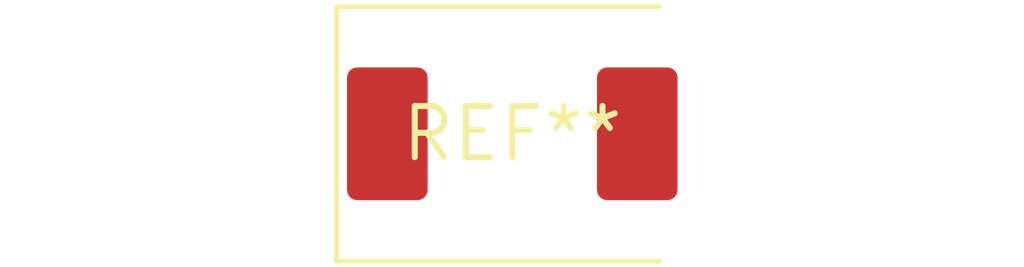
<source format=kicad_pcb>
(kicad_pcb (version 20240108) (generator pcbnew)
  (layers (0 "F.Cu" signal) (31 "B.Cu" signal) (34 "B.Paste" user) (35 "F.Paste" user) (36 "B.SilkS" user "B.Silkscreen") (37 "F.SilkS" user "F.Silkscreen") (38 "B.Mask" user) (39 "F.Mask" user) (44 "Edge.Cuts" user))
  (net 0 "")
  (footprint "CP_EIA-7361-438_AVX-U" (layer "F.Cu") (at 0 0)
    (property "Reference" "REF**")
    (property "Value" "CP_EIA-7361-438_AVX-U")
    (fp_line (start -4.36 -3.16) (end -4.36 3.16) (layer "F.SilkS") (stroke (width 0.12)))
    (fp_line (start -4.36 3.16) (end 3.65 3.16) (layer "F.SilkS") (stroke (width 0.12)))
    (fp_line (start 3.65 -3.16) (end -4.36 -3.16) (layer "F.SilkS") (stroke (width 0.12)))
    (pad "1" smd roundrect (at -3.1 0) (size 2 3.3) (layers "F.Cu" "F.Paste" "F.Mask") (roundrect_rratio 0.125))
    (pad "2" smd roundrect (at 3.1 0) (size 2 3.3) (layers "F.Cu" "F.Paste" "F.Mask") (roundrect_rratio 0.125))
  )
)
</source>
